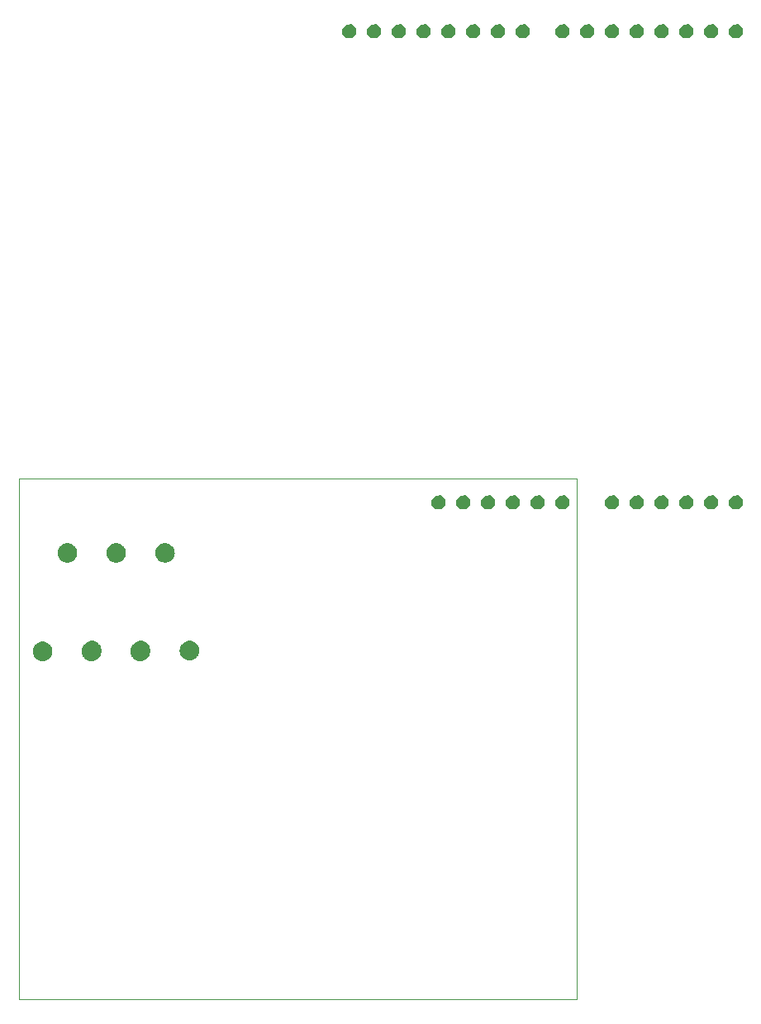
<source format=gts>
G75*
G71*
%OFA0B0*%
%FSLAX23Y23*%
%IPPOS*%
%LPD*%
%ADD10C,0.1*%
%LPD*%D10*
X0Y0D02*
X0Y100D01*
X0Y200D01*
X0Y300D01*
X0Y400D01*
X0Y499D01*
X0Y599D01*
X0Y699D01*
X0Y799D01*
X0Y899D01*
X0Y999D01*
X0Y1099D01*
X0Y1199D01*
X0Y1299D01*
X0Y1398D01*
X0Y1498D01*
X0Y1598D01*
X0Y1698D01*
X0Y1798D01*
X0Y1898D01*
X0Y1998D01*
X0Y2098D01*
X0Y2198D01*
X0Y2297D01*
X0Y2397D01*
X0Y2497D01*
X0Y2597D01*
X0Y2697D01*
X0Y2797D01*
X0Y2897D01*
X0Y2997D01*
X0Y3097D01*
X0Y3196D01*
X0Y3296D01*
X0Y3396D01*
X0Y3496D01*
X0Y3596D01*
X0Y3696D01*
X0Y3796D01*
X0Y3896D01*
X0Y3995D01*
X0Y4095D01*
X0Y4195D01*
X0Y4295D01*
X0Y4395D01*
X0Y4495D01*
X0Y4595D01*
X0Y4695D01*
X0Y4795D01*
X0Y4894D01*
X0Y4994D01*
X0Y5094D01*
X0Y5194D01*
X0Y5294D01*
X0Y5394D01*
X0Y5494D01*
X0Y5594D01*
X0Y5694D01*
X0Y5793D01*
X0Y5893D01*
X0Y5993D01*
X0Y6093D01*
X0Y6193D01*
X0Y6293D01*
X0Y6393D01*
X0Y6493D01*
X0Y6593D01*
X0Y6692D01*
X0Y6792D01*
X0Y6892D01*
X0Y6992D01*
X0Y7092D01*
X0Y7192D01*
X0Y7292D01*
X0Y7392D01*
X0Y7492D01*
X0Y7591D01*
X0Y7691D01*
X0Y7791D01*
X0Y7891D01*
X0Y7991D01*
X0Y8091D01*
X0Y8191D01*
X0Y8291D01*
X0Y8391D01*
X0Y8490D01*
X0Y8590D01*
X0Y8690D01*
X0Y8790D01*
X0Y8890D01*
X0Y8990D01*
X0Y9090D01*
X0Y9190D01*
X0Y9290D01*
X0Y9389D01*
X0Y9489D01*
X0Y9589D01*
X0Y9689D01*
X0Y9789D01*
X0Y9889D01*
X0Y9989D01*
X0Y10089D01*
X0Y10188D01*
X0Y10288D01*
X0Y10388D01*
X0Y10488D01*
X0Y10588D01*
X0Y10688D01*
X0Y10788D01*
X0Y10888D01*
X0Y10988D01*
X0Y11087D01*
X0Y11187D01*
X0Y11287D01*
X0Y11387D01*
X0Y11487D01*
X0Y11587D01*
X0Y11687D01*
X0Y11787D01*
X0Y11887D01*
X0Y11986D01*
X0Y12086D01*
X0Y12186D01*
X0Y12286D01*
X0Y12386D01*
X0Y12486D01*
X0Y12586D01*
X0Y12686D01*
X0Y12786D01*
X0Y12885D01*
X0Y12985D01*
X0Y13085D01*
X0Y13185D01*
X0Y13285D01*
X0Y13385D01*
X0Y13485D01*
X0Y13585D01*
X0Y13685D01*
X0Y13784D01*
X0Y13884D01*
X0Y13984D01*
X0Y14084D01*
X0Y14184D01*
X0Y14284D01*
X0Y14384D01*
X0Y14484D01*
X0Y14584D01*
X0Y14683D01*
X0Y14783D01*
X0Y14883D01*
X0Y14983D01*
X0Y15083D01*
X0Y15183D01*
X0Y15283D01*
X0Y15383D01*
X0Y15483D01*
X0Y15582D01*
X0Y15682D01*
X0Y15782D01*
X0Y15882D01*
X0Y15982D01*
X0Y16082D01*
X0Y16182D01*
X0Y16282D01*
X0Y16381D01*
X0Y16481D01*
X0Y16581D01*
X0Y16681D01*
X0Y16781D01*
X0Y16881D01*
X0Y16981D01*
X0Y17081D01*
X0Y17181D01*
X0Y17280D01*
X0Y17380D01*
X0Y17480D01*
X0Y17580D01*
X0Y17680D01*
X0Y17780D01*
X0Y17880D01*
X0Y17980D01*
X0Y18080D01*
X0Y18179D01*
X0Y18279D01*
X0Y18379D01*
X0Y18479D01*
X0Y18579D01*
X0Y18679D01*
X0Y18779D01*
X0Y18879D01*
X0Y18979D01*
X0Y19078D01*
X0Y19178D01*
X0Y19278D01*
X0Y19378D01*
X0Y19478D01*
X0Y19578D01*
X0Y19678D01*
X0Y19778D01*
X0Y19878D01*
X0Y19977D01*
X0Y20077D01*
X0Y20177D01*
X0Y20277D01*
X0Y20377D01*
X0Y20477D01*
X0Y20577D01*
X0Y20677D01*
X0Y20777D01*
X0Y20876D01*
X0Y20976D01*
X0Y21076D01*
X0Y21176D01*
X0Y21276D01*
X0Y21376D01*
X0Y21476D01*
X0Y21576D01*
X0Y21676D01*
X0Y21775D01*
X0Y21875D01*
X0Y21975D01*
X0Y22075D01*
X0Y22175D01*
X0Y22275D01*
X0Y22375D01*
X0Y22475D01*
X0Y22575D01*
X0Y22674D01*
X0Y22774D01*
X0Y22874D01*
X0Y22974D01*
X0Y23074D01*
X0Y23174D01*
X0Y23274D01*
X0Y23374D01*
X0Y23473D01*
X0Y23573D01*
X0Y23673D01*
X0Y23773D01*
X0Y23873D01*
X0Y23973D01*
X0Y24073D01*
X0Y24173D01*
X0Y24273D01*
X0Y24372D01*
X0Y24472D01*
X0Y24572D01*
X0Y24672D01*
X0Y24772D01*
X0Y24872D01*
X0Y24972D01*
X0Y25072D01*
X0Y25172D01*
X0Y25271D01*
X0Y25371D01*
X0Y25471D01*
X0Y25571D01*
X0Y25671D01*
X0Y25771D01*
X0Y25871D01*
X0Y25971D01*
X0Y26071D01*
X0Y26170D01*
X0Y26270D01*
X0Y26370D01*
X0Y26470D01*
X0Y26570D01*
X0Y26670D01*
X0Y26770D01*
X0Y26870D01*
X0Y26970D01*
X0Y27069D01*
X0Y27169D01*
X0Y27269D01*
X0Y27369D01*
X0Y27469D01*
X0Y27569D01*
X0Y27669D01*
X0Y27769D01*
X0Y27869D01*
X0Y27968D01*
X0Y28068D01*
X0Y28168D01*
X0Y28268D01*
X0Y28368D01*
X0Y28468D01*
X0Y28568D01*
X0Y28668D01*
X0Y28768D01*
X0Y28867D01*
X0Y28967D01*
X0Y29067D01*
X0Y29167D01*
X0Y29267D01*
X0Y29367D01*
X0Y29467D01*
X0Y29567D01*
X0Y29667D01*
X0Y29766D01*
X0Y29866D01*
X0Y29966D01*
X0Y30066D01*
X0Y30166D01*
X0Y30266D01*
X0Y30366D01*
X0Y30466D01*
X0Y30565D01*
X0Y30665D01*
X0Y30765D01*
X0Y30865D01*
X0Y30965D01*
X0Y31065D01*
X0Y31165D01*
X0Y31265D01*
X0Y31365D01*
X0Y31464D01*
X0Y31564D01*
X0Y31664D01*
X0Y31764D01*
X0Y31864D01*
X0Y31964D01*
X0Y32064D01*
X0Y32164D01*
X0Y32264D01*
X0Y32363D01*
X0Y32463D01*
X0Y32563D01*
X0Y32663D01*
X0Y32763D01*
X0Y32863D01*
X0Y32963D01*
X0Y33063D01*
X0Y33163D01*
X0Y33262D01*
X0Y33362D01*
X0Y33462D01*
X0Y33562D01*
X0Y33662D01*
X0Y33762D01*
X0Y33862D01*
X0Y33962D01*
X0Y34062D01*
X0Y34161D01*
X0Y34261D01*
X0Y34361D01*
X0Y34461D01*
X0Y34561D01*
X0Y34661D01*
X0Y34761D01*
X0Y34861D01*
X0Y34961D01*
X0Y35060D01*
X0Y35160D01*
X0Y35260D01*
X0Y35360D01*
X0Y35460D01*
X0Y35560D01*
X0Y35660D01*
X0Y35760D01*
X0Y35860D01*
X0Y35959D01*
X0Y36059D01*
X0Y36159D01*
X0Y36259D01*
X0Y36359D01*
X0Y36459D01*
X0Y36559D01*
X0Y36659D01*
X0Y36759D01*
X0Y36858D01*
X0Y36958D01*
X0Y37058D01*
X0Y37158D01*
X0Y37258D01*
X0Y37358D01*
X0Y37458D01*
X0Y37558D01*
X0Y37658D01*
X0Y37757D01*
X0Y37857D01*
X0Y37957D01*
X0Y38057D01*
X0Y38157D01*
X0Y38257D01*
X0Y38357D01*
X0Y38457D01*
X0Y38556D01*
X0Y38656D01*
X0Y38756D01*
X0Y38856D01*
X0Y38956D01*
X0Y39056D01*
X0Y39156D01*
X0Y39256D01*
X0Y39356D01*
X0Y39455D01*
X0Y39555D01*
X0Y39655D01*
X0Y39755D01*
X0Y39855D01*
X0Y39955D01*
X0Y40055D01*
X0Y40155D01*
X0Y40255D01*
X0Y40354D01*
X0Y40454D01*
X0Y40554D01*
X0Y40654D01*
X0Y40754D01*
X0Y40854D01*
X0Y40954D01*
X0Y41054D01*
X0Y41154D01*
X0Y41253D01*
X0Y41353D01*
X0Y41453D01*
X0Y41553D01*
X0Y41653D01*
X0Y41753D01*
X0Y41853D01*
X0Y41953D01*
X0Y42053D01*
X0Y42152D01*
X0Y42252D01*
X0Y42352D01*
X0Y42452D01*
X0Y42552D01*
X0Y42652D01*
X0Y42752D01*
X0Y42852D01*
X0Y42952D01*
X0Y43051D01*
X0Y43151D01*
X0Y43251D01*
X0Y43351D01*
X0Y43451D01*
X0Y43551D01*
X0Y43651D01*
X0Y43751D01*
X0Y43851D01*
X0Y43950D01*
X0Y44050D01*
X0Y44150D01*
X0Y44250D01*
X0Y44350D01*
X0Y44450D01*
X0Y44550D01*
X0Y44650D01*
X0Y44750D01*
X0Y44849D01*
X0Y44949D01*
X0Y45049D01*
X0Y45149D01*
X0Y45249D01*
X0Y45349D01*
X0Y45449D01*
X0Y45549D01*
X0Y45649D01*
X0Y45748D01*
X0Y45848D01*
X0Y45948D01*
X0Y46048D01*
X0Y46148D01*
X0Y46248D01*
X0Y46348D01*
X0Y46448D01*
X0Y46548D01*
X0Y46647D01*
X0Y46747D01*
X0Y46847D01*
X0Y46947D01*
X0Y47047D01*
X0Y47147D01*
X0Y47247D01*
X0Y47347D01*
X0Y47447D01*
X0Y47546D01*
X0Y47646D01*
X0Y47746D01*
X0Y47846D01*
X0Y47946D01*
X0Y48046D01*
X0Y48146D01*
X0Y48246D01*
X0Y48346D01*
X0Y48445D01*
X0Y48545D01*
X0Y48645D01*
X0Y48745D01*
X0Y48845D01*
X0Y48945D01*
X0Y49045D01*
X0Y49145D01*
X0Y49244D01*
X0Y49344D01*
X0Y49444D01*
X0Y49544D01*
X0Y49644D01*
X0Y49744D01*
X0Y49844D01*
X0Y49944D01*
X0Y50044D01*
X0Y50143D01*
X0Y50243D01*
X0Y50343D01*
X0Y50443D01*
X0Y50543D01*
X0Y50643D01*
X0Y50743D01*
X0Y50843D01*
X0Y50943D01*
X0Y51043D01*
X0Y51142D01*
X0Y51242D01*
X0Y51342D01*
X0Y51442D01*
X0Y51542D01*
X0Y51642D01*
X0Y51742D01*
X0Y51842D01*
X0Y51942D01*
X0Y52041D01*
X0Y52141D01*
X0Y52241D01*
X0Y52341D01*
X0Y52441D01*
X0Y52541D01*
X0Y52641D01*
X0Y52741D01*
X0Y52841D01*
X0Y52940D01*
X0Y53040D01*
X0Y53140D01*
X0Y53240D01*
X0Y53340D01*
X100Y53340D01*
X200Y53340D01*
X300Y53340D01*
X400Y53340D01*
X500Y53340D01*
X599Y53340D01*
X699Y53340D01*
X799Y53340D01*
X899Y53340D01*
X999Y53340D01*
X1099Y53340D01*
X1199Y53340D01*
X1299Y53340D01*
X1399Y53340D01*
X1499Y53340D01*
X1599Y53340D01*
X1699Y53340D01*
X1798Y53340D01*
X1898Y53340D01*
X1998Y53340D01*
X2098Y53340D01*
X2198Y53340D01*
X2298Y53340D01*
X2398Y53340D01*
X2498Y53340D01*
X2598Y53340D01*
X2698Y53340D01*
X2798Y53340D01*
X2897Y53340D01*
X2997Y53340D01*
X3097Y53340D01*
X3197Y53340D01*
X3297Y53340D01*
X3397Y53340D01*
X3497Y53340D01*
X3597Y53340D01*
X3697Y53340D01*
X3797Y53340D01*
X3897Y53340D01*
X3996Y53340D01*
X4096Y53340D01*
X4196Y53340D01*
X4296Y53340D01*
X4396Y53340D01*
X4496Y53340D01*
X4596Y53340D01*
X4696Y53340D01*
X4796Y53340D01*
X4896Y53340D01*
X4996Y53340D01*
X5096Y53340D01*
X5195Y53340D01*
X5295Y53340D01*
X5395Y53340D01*
X5495Y53340D01*
X5595Y53340D01*
X5695Y53340D01*
X5795Y53340D01*
X5895Y53340D01*
X5995Y53340D01*
X6095Y53340D01*
X6195Y53340D01*
X6294Y53340D01*
X6394Y53340D01*
X6494Y53340D01*
X6594Y53340D01*
X6694Y53340D01*
X6794Y53340D01*
X6894Y53340D01*
X6994Y53340D01*
X7094Y53340D01*
X7194Y53340D01*
X7294Y53340D01*
X7393Y53340D01*
X7493Y53340D01*
X7593Y53340D01*
X7693Y53340D01*
X7793Y53340D01*
X7893Y53340D01*
X7993Y53340D01*
X8093Y53340D01*
X8193Y53340D01*
X8293Y53340D01*
X8393Y53340D01*
X8493Y53340D01*
X8592Y53340D01*
X8692Y53340D01*
X8792Y53340D01*
X8892Y53340D01*
X8992Y53340D01*
X9092Y53340D01*
X9192Y53340D01*
X9292Y53340D01*
X9392Y53340D01*
X9492Y53340D01*
X9592Y53340D01*
X9691Y53340D01*
X9791Y53340D01*
X9891Y53340D01*
X9991Y53340D01*
X10091Y53340D01*
X10191Y53340D01*
X10291Y53340D01*
X10391Y53340D01*
X10491Y53340D01*
X10591Y53340D01*
X10691Y53340D01*
X10791Y53340D01*
X10890Y53340D01*
X10990Y53340D01*
X11090Y53340D01*
X11190Y53340D01*
X11290Y53340D01*
X11390Y53340D01*
X11490Y53340D01*
X11590Y53340D01*
X11690Y53340D01*
X11790Y53340D01*
X11890Y53340D01*
X11989Y53340D01*
X12089Y53340D01*
X12189Y53340D01*
X12289Y53340D01*
X12389Y53340D01*
X12489Y53340D01*
X12589Y53340D01*
X12689Y53340D01*
X12789Y53340D01*
X12889Y53340D01*
X12989Y53340D01*
X13088Y53340D01*
X13188Y53340D01*
X13288Y53340D01*
X13388Y53340D01*
X13488Y53340D01*
X13588Y53340D01*
X13688Y53340D01*
X13788Y53340D01*
X13888Y53340D01*
X13988Y53340D01*
X14088Y53340D01*
X14188Y53340D01*
X14287Y53340D01*
X14387Y53340D01*
X14487Y53340D01*
X14587Y53340D01*
X14687Y53340D01*
X14787Y53340D01*
X14887Y53340D01*
X14987Y53340D01*
X15087Y53340D01*
X15187Y53340D01*
X15287Y53340D01*
X15386Y53340D01*
X15486Y53340D01*
X15586Y53340D01*
X15686Y53340D01*
X15786Y53340D01*
X15886Y53340D01*
X15986Y53340D01*
X16086Y53340D01*
X16186Y53340D01*
X16286Y53340D01*
X16386Y53340D01*
X16485Y53340D01*
X16585Y53340D01*
X16685Y53340D01*
X16785Y53340D01*
X16885Y53340D01*
X16985Y53340D01*
X17085Y53340D01*
X17185Y53340D01*
X17285Y53340D01*
X17385Y53340D01*
X17485Y53340D01*
X17585Y53340D01*
X17684Y53340D01*
X17784Y53340D01*
X17884Y53340D01*
X17984Y53340D01*
X18084Y53340D01*
X18184Y53340D01*
X18284Y53340D01*
X18384Y53340D01*
X18484Y53340D01*
X18584Y53340D01*
X18684Y53340D01*
X18783Y53340D01*
X18883Y53340D01*
X18983Y53340D01*
X19083Y53340D01*
X19183Y53340D01*
X19283Y53340D01*
X19383Y53340D01*
X19483Y53340D01*
X19583Y53340D01*
X19683Y53340D01*
X19783Y53340D01*
X19883Y53340D01*
X19982Y53340D01*
X20082Y53340D01*
X20182Y53340D01*
X20282Y53340D01*
X20382Y53340D01*
X20482Y53340D01*
X20582Y53340D01*
X20682Y53340D01*
X20782Y53340D01*
X20882Y53340D01*
X20982Y53340D01*
X21081Y53340D01*
X21181Y53340D01*
X21281Y53340D01*
X21381Y53340D01*
X21481Y53340D01*
X21581Y53340D01*
X21681Y53340D01*
X21781Y53340D01*
X21881Y53340D01*
X21981Y53340D01*
X22081Y53340D01*
X22180Y53340D01*
X22280Y53340D01*
X22380Y53340D01*
X22480Y53340D01*
X22580Y53340D01*
X22680Y53340D01*
X22780Y53340D01*
X22880Y53340D01*
X22980Y53340D01*
X23080Y53340D01*
X23180Y53340D01*
X23280Y53340D01*
X23379Y53340D01*
X23479Y53340D01*
X23579Y53340D01*
X23679Y53340D01*
X23779Y53340D01*
X23879Y53340D01*
X23979Y53340D01*
X24079Y53340D01*
X24179Y53340D01*
X24279Y53340D01*
X24379Y53340D01*
X24478Y53340D01*
X24578Y53340D01*
X24678Y53340D01*
X24778Y53340D01*
X24878Y53340D01*
X24978Y53340D01*
X25078Y53340D01*
X25178Y53340D01*
X25278Y53340D01*
X25378Y53340D01*
X25478Y53340D01*
X25578Y53340D01*
X25677Y53340D01*
X25777Y53340D01*
X25877Y53340D01*
X25977Y53340D01*
X26077Y53340D01*
X26177Y53340D01*
X26277Y53340D01*
X26377Y53340D01*
X26477Y53340D01*
X26577Y53340D01*
X26677Y53340D01*
X26776Y53340D01*
X26876Y53340D01*
X26976Y53340D01*
X27076Y53340D01*
X27176Y53340D01*
X27276Y53340D01*
X27376Y53340D01*
X27476Y53340D01*
X27576Y53340D01*
X27676Y53340D01*
X27776Y53340D01*
X27875Y53340D01*
X27975Y53340D01*
X28075Y53340D01*
X28175Y53340D01*
X28275Y53340D01*
X28375Y53340D01*
X28475Y53340D01*
X28575Y53340D01*
X28675Y53340D01*
X28775Y53340D01*
X28875Y53340D01*
X28975Y53340D01*
X29074Y53340D01*
X29174Y53340D01*
X29274Y53340D01*
X29374Y53340D01*
X29474Y53340D01*
X29574Y53340D01*
X29674Y53340D01*
X29774Y53340D01*
X29874Y53340D01*
X29974Y53340D01*
X30074Y53340D01*
X30173Y53340D01*
X30273Y53340D01*
X30373Y53340D01*
X30473Y53340D01*
X30573Y53340D01*
X30673Y53340D01*
X30773Y53340D01*
X30873Y53340D01*
X30973Y53340D01*
X31073Y53340D01*
X31173Y53340D01*
X31273Y53340D01*
X31372Y53340D01*
X31472Y53340D01*
X31572Y53340D01*
X31672Y53340D01*
X31772Y53340D01*
X31872Y53340D01*
X31972Y53340D01*
X32072Y53340D01*
X32172Y53340D01*
X32272Y53340D01*
X32372Y53340D01*
X32471Y53340D01*
X32571Y53340D01*
X32671Y53340D01*
X32771Y53340D01*
X32871Y53340D01*
X32971Y53340D01*
X33071Y53340D01*
X33171Y53340D01*
X33271Y53340D01*
X33371Y53340D01*
X33471Y53340D01*
X33571Y53340D01*
X33670Y53340D01*
X33770Y53340D01*
X33870Y53340D01*
X33970Y53340D01*
X34070Y53340D01*
X34170Y53340D01*
X34270Y53340D01*
X34370Y53340D01*
X34470Y53340D01*
X34570Y53340D01*
X34670Y53340D01*
X34769Y53340D01*
X34869Y53340D01*
X34969Y53340D01*
X35069Y53340D01*
X35169Y53340D01*
X35269Y53340D01*
X35369Y53340D01*
X35469Y53340D01*
X35569Y53340D01*
X35669Y53340D01*
X35769Y53340D01*
X35868Y53340D01*
X35968Y53340D01*
X36068Y53340D01*
X36168Y53340D01*
X36268Y53340D01*
X36368Y53340D01*
X36468Y53340D01*
X36568Y53340D01*
X36668Y53340D01*
X36768Y53340D01*
X36868Y53340D01*
X36968Y53340D01*
X37067Y53340D01*
X37167Y53340D01*
X37267Y53340D01*
X37367Y53340D01*
X37467Y53340D01*
X37567Y53340D01*
X37667Y53340D01*
X37767Y53340D01*
X37867Y53340D01*
X37967Y53340D01*
X38067Y53340D01*
X38166Y53340D01*
X38266Y53340D01*
X38366Y53340D01*
X38466Y53340D01*
X38566Y53340D01*
X38666Y53340D01*
X38766Y53340D01*
X38866Y53340D01*
X38966Y53340D01*
X39066Y53340D01*
X39166Y53340D01*
X39265Y53340D01*
X39365Y53340D01*
X39465Y53340D01*
X39565Y53340D01*
X39665Y53340D01*
X39765Y53340D01*
X39865Y53340D01*
X39965Y53340D01*
X40065Y53340D01*
X40165Y53340D01*
X40265Y53340D01*
X40365Y53340D01*
X40464Y53340D01*
X40564Y53340D01*
X40664Y53340D01*
X40764Y53340D01*
X40864Y53340D01*
X40964Y53340D01*
X41064Y53340D01*
X41164Y53340D01*
X41264Y53340D01*
X41364Y53340D01*
X41464Y53340D01*
X41563Y53340D01*
X41663Y53340D01*
X41763Y53340D01*
X41863Y53340D01*
X41963Y53340D01*
X42063Y53340D01*
X42163Y53340D01*
X42263Y53340D01*
X42363Y53340D01*
X42463Y53340D01*
X42563Y53340D01*
X42663Y53340D01*
X42762Y53340D01*
X42862Y53340D01*
X42962Y53340D01*
X43062Y53340D01*
X43162Y53340D01*
X43262Y53340D01*
X43362Y53340D01*
X43462Y53340D01*
X43562Y53340D01*
X43662Y53340D01*
X43762Y53340D01*
X43861Y53340D01*
X43961Y53340D01*
X44061Y53340D01*
X44161Y53340D01*
X44261Y53340D01*
X44361Y53340D01*
X44461Y53340D01*
X44561Y53340D01*
X44661Y53340D01*
X44761Y53340D01*
X44861Y53340D01*
X44961Y53340D01*
X45060Y53340D01*
X45160Y53340D01*
X45260Y53340D01*
X45360Y53340D01*
X45460Y53340D01*
X45560Y53340D01*
X45660Y53340D01*
X45760Y53340D01*
X45860Y53340D01*
X45960Y53340D01*
X46060Y53340D01*
X46159Y53340D01*
X46259Y53340D01*
X46359Y53340D01*
X46459Y53340D01*
X46559Y53340D01*
X46659Y53340D01*
X46759Y53340D01*
X46859Y53340D01*
X46959Y53340D01*
X47059Y53340D01*
X47159Y53340D01*
X47259Y53340D01*
X47358Y53340D01*
X47458Y53340D01*
X47558Y53340D01*
X47658Y53340D01*
X47758Y53340D01*
X47858Y53340D01*
X47958Y53340D01*
X48058Y53340D01*
X48158Y53340D01*
X48258Y53340D01*
X48358Y53340D01*
X48457Y53340D01*
X48557Y53340D01*
X48657Y53340D01*
X48757Y53340D01*
X48857Y53340D01*
X48957Y53340D01*
X49057Y53340D01*
X49157Y53340D01*
X49257Y53340D01*
X49357Y53340D01*
X49457Y53340D01*
X49557Y53340D01*
X49656Y53340D01*
X49756Y53340D01*
X49856Y53340D01*
X49956Y53340D01*
X50056Y53340D01*
X50156Y53340D01*
X50256Y53340D01*
X50356Y53340D01*
X50456Y53340D01*
X50556Y53340D01*
X50656Y53340D01*
X50755Y53340D01*
X50855Y53340D01*
X50955Y53340D01*
X51055Y53340D01*
X51155Y53340D01*
X51255Y53340D01*
X51355Y53340D01*
X51455Y53340D01*
X51555Y53340D01*
X51655Y53340D01*
X51755Y53340D01*
X51855Y53340D01*
X51954Y53340D01*
X52054Y53340D01*
X52154Y53340D01*
X52254Y53340D01*
X52354Y53340D01*
X52454Y53340D01*
X52554Y53340D01*
X52654Y53340D01*
X52754Y53340D01*
X52854Y53340D01*
X52954Y53340D01*
X53053Y53340D01*
X53153Y53340D01*
X53253Y53340D01*
X53353Y53340D01*
X53453Y53340D01*
X53553Y53340D01*
X53653Y53340D01*
X53753Y53340D01*
X53853Y53340D01*
X53953Y53340D01*
X54053Y53340D01*
X54153Y53340D01*
X54252Y53340D01*
X54352Y53340D01*
X54452Y53340D01*
X54552Y53340D01*
X54652Y53340D01*
X54752Y53340D01*
X54852Y53340D01*
X54952Y53340D01*
X55052Y53340D01*
X55152Y53340D01*
X55252Y53340D01*
X55351Y53340D01*
X55451Y53340D01*
X55551Y53340D01*
X55651Y53340D01*
X55751Y53340D01*
X55851Y53340D01*
X55951Y53340D01*
X56051Y53340D01*
X56151Y53340D01*
X56251Y53340D01*
X56351Y53340D01*
X56451Y53340D01*
X56550Y53340D01*
X56650Y53340D01*
X56750Y53340D01*
X56850Y53340D01*
X56950Y53340D01*
X57050Y53340D01*
X57150Y53340D01*
X57150Y53240D01*
X57150Y53140D01*
X57150Y53040D01*
X57150Y52940D01*
X57150Y52841D01*
X57150Y52741D01*
X57150Y52641D01*
X57150Y52541D01*
X57150Y52441D01*
X57150Y52341D01*
X57150Y52241D01*
X57150Y52141D01*
X57150Y52041D01*
X57150Y51942D01*
X57150Y51842D01*
X57150Y51742D01*
X57150Y51642D01*
X57150Y51542D01*
X57150Y51442D01*
X57150Y51342D01*
X57150Y51242D01*
X57150Y51142D01*
X57150Y51043D01*
X57150Y50943D01*
X57150Y50843D01*
X57150Y50743D01*
X57150Y50643D01*
X57150Y50543D01*
X57150Y50443D01*
X57150Y50343D01*
X57150Y50243D01*
X57150Y50144D01*
X57150Y50044D01*
X57150Y49944D01*
X57150Y49844D01*
X57150Y49744D01*
X57150Y49644D01*
X57150Y49544D01*
X57150Y49444D01*
X57150Y49345D01*
X57150Y49245D01*
X57150Y49145D01*
X57150Y49045D01*
X57150Y48945D01*
X57150Y48845D01*
X57150Y48745D01*
X57150Y48645D01*
X57150Y48545D01*
X57150Y48446D01*
X57150Y48346D01*
X57150Y48246D01*
X57150Y48146D01*
X57150Y48046D01*
X57150Y47946D01*
X57150Y47846D01*
X57150Y47746D01*
X57150Y47646D01*
X57150Y47547D01*
X57150Y47447D01*
X57150Y47347D01*
X57150Y47247D01*
X57150Y47147D01*
X57150Y47047D01*
X57150Y46947D01*
X57150Y46847D01*
X57150Y46747D01*
X57150Y46648D01*
X57150Y46548D01*
X57150Y46448D01*
X57150Y46348D01*
X57150Y46248D01*
X57150Y46148D01*
X57150Y46048D01*
X57150Y45948D01*
X57150Y45848D01*
X57150Y45749D01*
X57150Y45649D01*
X57150Y45549D01*
X57150Y45449D01*
X57150Y45349D01*
X57150Y45249D01*
X57150Y45149D01*
X57150Y45049D01*
X57150Y44949D01*
X57150Y44850D01*
X57150Y44750D01*
X57150Y44650D01*
X57150Y44550D01*
X57150Y44450D01*
X57150Y44350D01*
X57150Y44250D01*
X57150Y44150D01*
X57150Y44050D01*
X57150Y43951D01*
X57150Y43851D01*
X57150Y43751D01*
X57150Y43651D01*
X57150Y43551D01*
X57150Y43451D01*
X57150Y43351D01*
X57150Y43251D01*
X57150Y43152D01*
X57150Y43052D01*
X57150Y42952D01*
X57150Y42852D01*
X57150Y42752D01*
X57150Y42652D01*
X57150Y42552D01*
X57150Y42452D01*
X57150Y42352D01*
X57150Y42253D01*
X57150Y42153D01*
X57150Y42053D01*
X57150Y41953D01*
X57150Y41853D01*
X57150Y41753D01*
X57150Y41653D01*
X57150Y41553D01*
X57150Y41453D01*
X57150Y41354D01*
X57150Y41254D01*
X57150Y41154D01*
X57150Y41054D01*
X57150Y40954D01*
X57150Y40854D01*
X57150Y40754D01*
X57150Y40654D01*
X57150Y40554D01*
X57150Y40455D01*
X57150Y40355D01*
X57150Y40255D01*
X57150Y40155D01*
X57150Y40055D01*
X57150Y39955D01*
X57150Y39855D01*
X57150Y39755D01*
X57150Y39655D01*
X57150Y39556D01*
X57150Y39456D01*
X57150Y39356D01*
X57150Y39256D01*
X57150Y39156D01*
X57150Y39056D01*
X57150Y38956D01*
X57150Y38856D01*
X57150Y38756D01*
X57150Y38657D01*
X57150Y38557D01*
X57150Y38457D01*
X57150Y38357D01*
X57150Y38257D01*
X57150Y38157D01*
X57150Y38057D01*
X57150Y37957D01*
X57150Y37857D01*
X57150Y37758D01*
X57150Y37658D01*
X57150Y37558D01*
X57150Y37458D01*
X57150Y37358D01*
X57150Y37258D01*
X57150Y37158D01*
X57150Y37058D01*
X57150Y36959D01*
X57150Y36859D01*
X57150Y36759D01*
X57150Y36659D01*
X57150Y36559D01*
X57150Y36459D01*
X57150Y36359D01*
X57150Y36259D01*
X57150Y36159D01*
X57150Y36060D01*
X57150Y35960D01*
X57150Y35860D01*
X57150Y35760D01*
X57150Y35660D01*
X57150Y35560D01*
X57150Y35460D01*
X57150Y35360D01*
X57150Y35260D01*
X57150Y35161D01*
X57150Y35061D01*
X57150Y34961D01*
X57150Y34861D01*
X57150Y34761D01*
X57150Y34661D01*
X57150Y34561D01*
X57150Y34461D01*
X57150Y34361D01*
X57150Y34262D01*
X57150Y34162D01*
X57150Y34062D01*
X57150Y33962D01*
X57150Y33862D01*
X57150Y33762D01*
X57150Y33662D01*
X57150Y33562D01*
X57150Y33462D01*
X57150Y33363D01*
X57150Y33263D01*
X57150Y33163D01*
X57150Y33063D01*
X57150Y32963D01*
X57150Y32863D01*
X57150Y32763D01*
X57150Y32663D01*
X57150Y32563D01*
X57150Y32464D01*
X57150Y32364D01*
X57150Y32264D01*
X57150Y32164D01*
X57150Y32064D01*
X57150Y31964D01*
X57150Y31864D01*
X57150Y31764D01*
X57150Y31664D01*
X57150Y31565D01*
X57150Y31465D01*
X57150Y31365D01*
X57150Y31265D01*
X57150Y31165D01*
X57150Y31065D01*
X57150Y30965D01*
X57150Y30865D01*
X57150Y30765D01*
X57150Y30666D01*
X57150Y30566D01*
X57150Y30466D01*
X57150Y30366D01*
X57150Y30266D01*
X57150Y30166D01*
X57150Y30066D01*
X57150Y29966D01*
X57150Y29867D01*
X57150Y29767D01*
X57150Y29667D01*
X57150Y29567D01*
X57150Y29467D01*
X57150Y29367D01*
X57150Y29267D01*
X57150Y29167D01*
X57150Y29067D01*
X57150Y28968D01*
X57150Y28868D01*
X57150Y28768D01*
X57150Y28668D01*
X57150Y28568D01*
X57150Y28468D01*
X57150Y28368D01*
X57150Y28268D01*
X57150Y28168D01*
X57150Y28069D01*
X57150Y27969D01*
X57150Y27869D01*
X57150Y27769D01*
X57150Y27669D01*
X57150Y27569D01*
X57150Y27469D01*
X57150Y27369D01*
X57150Y27269D01*
X57150Y27170D01*
X57150Y27070D01*
X57150Y26970D01*
X57150Y26870D01*
X57150Y26770D01*
X57150Y26670D01*
X57150Y26570D01*
X57150Y26470D01*
X57150Y26370D01*
X57150Y26271D01*
X57150Y26171D01*
X57150Y26071D01*
X57150Y25971D01*
X57150Y25871D01*
X57150Y25771D01*
X57150Y25671D01*
X57150Y25571D01*
X57150Y25471D01*
X57150Y25372D01*
X57150Y25272D01*
X57150Y25172D01*
X57150Y25072D01*
X57150Y24972D01*
X57150Y24872D01*
X57150Y24772D01*
X57150Y24672D01*
X57150Y24572D01*
X57150Y24473D01*
X57150Y24373D01*
X57150Y24273D01*
X57150Y24173D01*
X57150Y24073D01*
X57150Y23973D01*
X57150Y23873D01*
X57150Y23773D01*
X57150Y23673D01*
X57150Y23574D01*
X57150Y23474D01*
X57150Y23374D01*
X57150Y23274D01*
X57150Y23174D01*
X57150Y23074D01*
X57150Y22974D01*
X57150Y22874D01*
X57150Y22775D01*
X57150Y22675D01*
X57150Y22575D01*
X57150Y22475D01*
X57150Y22375D01*
X57150Y22275D01*
X57150Y22175D01*
X57150Y22075D01*
X57150Y21975D01*
X57150Y21876D01*
X57150Y21776D01*
X57150Y21676D01*
X57150Y21576D01*
X57150Y21476D01*
X57150Y21376D01*
X57150Y21276D01*
X57150Y21176D01*
X57150Y21076D01*
X57150Y20977D01*
X57150Y20877D01*
X57150Y20777D01*
X57150Y20677D01*
X57150Y20577D01*
X57150Y20477D01*
X57150Y20377D01*
X57150Y20277D01*
X57150Y20177D01*
X57150Y20078D01*
X57150Y19978D01*
X57150Y19878D01*
X57150Y19778D01*
X57150Y19678D01*
X57150Y19578D01*
X57150Y19478D01*
X57150Y19378D01*
X57150Y19278D01*
X57150Y19179D01*
X57150Y19079D01*
X57150Y18979D01*
X57150Y18879D01*
X57150Y18779D01*
X57150Y18679D01*
X57150Y18579D01*
X57150Y18479D01*
X57150Y18379D01*
X57150Y18280D01*
X57150Y18180D01*
X57150Y18080D01*
X57150Y17980D01*
X57150Y17880D01*
X57150Y17780D01*
X57150Y17680D01*
X57150Y17580D01*
X57150Y17480D01*
X57150Y17381D01*
X57150Y17281D01*
X57150Y17181D01*
X57150Y17081D01*
X57150Y16981D01*
X57150Y16881D01*
X57150Y16781D01*
X57150Y16681D01*
X57150Y16581D01*
X57150Y16482D01*
X57150Y16382D01*
X57150Y16282D01*
X57150Y16182D01*
X57150Y16082D01*
X57150Y15982D01*
X57150Y15882D01*
X57150Y15782D01*
X57150Y15682D01*
X57150Y15583D01*
X57150Y15483D01*
X57150Y15383D01*
X57150Y15283D01*
X57150Y15183D01*
X57150Y15083D01*
X57150Y14983D01*
X57150Y14883D01*
X57150Y14784D01*
X57150Y14684D01*
X57150Y14584D01*
X57150Y14484D01*
X57150Y14384D01*
X57150Y14284D01*
X57150Y14184D01*
X57150Y14084D01*
X57150Y13984D01*
X57150Y13885D01*
X57150Y13785D01*
X57150Y13685D01*
X57150Y13585D01*
X57150Y13485D01*
X57150Y13385D01*
X57150Y13285D01*
X57150Y13185D01*
X57150Y13085D01*
X57150Y12986D01*
X57150Y12886D01*
X57150Y12786D01*
X57150Y12686D01*
X57150Y12586D01*
X57150Y12486D01*
X57150Y12386D01*
X57150Y12286D01*
X57150Y12186D01*
X57150Y12087D01*
X57150Y11987D01*
X57150Y11887D01*
X57150Y11787D01*
X57150Y11687D01*
X57150Y11587D01*
X57150Y11487D01*
X57150Y11387D01*
X57150Y11287D01*
X57150Y11188D01*
X57150Y11088D01*
X57150Y10988D01*
X57150Y10888D01*
X57150Y10788D01*
X57150Y10688D01*
X57150Y10588D01*
X57150Y10488D01*
X57150Y10388D01*
X57150Y10289D01*
X57150Y10189D01*
X57150Y10089D01*
X57150Y9989D01*
X57150Y9889D01*
X57150Y9789D01*
X57150Y9689D01*
X57150Y9589D01*
X57150Y9489D01*
X57150Y9390D01*
X57150Y9290D01*
X57150Y9190D01*
X57150Y9090D01*
X57150Y8990D01*
X57150Y8890D01*
X57150Y8790D01*
X57150Y8690D01*
X57150Y8590D01*
X57150Y8491D01*
X57150Y8391D01*
X57150Y8291D01*
X57150Y8191D01*
X57150Y8091D01*
X57150Y7991D01*
X57150Y7891D01*
X57150Y7791D01*
X57150Y7691D01*
X57150Y7592D01*
X57150Y7492D01*
X57150Y7392D01*
X57150Y7292D01*
X57150Y7192D01*
X57150Y7092D01*
X57150Y6992D01*
X57150Y6892D01*
X57150Y6792D01*
X57150Y6693D01*
X57150Y6593D01*
X57150Y6493D01*
X57150Y6393D01*
X57150Y6293D01*
X57150Y6193D01*
X57150Y6093D01*
X57150Y5993D01*
X57150Y5893D01*
X57150Y5794D01*
X57150Y5694D01*
X57150Y5594D01*
X57150Y5494D01*
X57150Y5394D01*
X57150Y5294D01*
X57150Y5194D01*
X57150Y5094D01*
X57150Y4994D01*
X57150Y4895D01*
X57150Y4795D01*
X57150Y4695D01*
X57150Y4595D01*
X57150Y4495D01*
X57150Y4395D01*
X57150Y4295D01*
X57150Y4195D01*
X57150Y4096D01*
X57150Y3996D01*
X57150Y3896D01*
X57150Y3796D01*
X57150Y3696D01*
X57150Y3596D01*
X57150Y3496D01*
X57150Y3396D01*
X57150Y3296D01*
X57150Y3197D01*
X57150Y3097D01*
X57150Y2997D01*
X57150Y2897D01*
X57150Y2797D01*
X57150Y2697D01*
X57150Y2597D01*
X57150Y2497D01*
X57150Y2397D01*
X57150Y2297D01*
X57150Y2198D01*
X57150Y2098D01*
X57150Y1998D01*
X57150Y1898D01*
X57150Y1798D01*
X57150Y1698D01*
X57150Y1598D01*
X57150Y1498D01*
X57150Y1398D01*
X57150Y1299D01*
X57150Y1199D01*
X57150Y1099D01*
X57150Y999D01*
X57150Y899D01*
X57150Y799D01*
X57150Y699D01*
X57150Y599D01*
X57150Y499D01*
X57150Y400D01*
X57150Y300D01*
X57150Y200D01*
X57150Y100D01*
X57150Y0D01*
X57050Y0D01*
X56950Y0D01*
X56850Y0D01*
X56750Y0D01*
X56650Y0D01*
X56551Y0D01*
X56451Y0D01*
X56351Y0D01*
X56251Y0D01*
X56151Y0D01*
X56051Y0D01*
X55951Y0D01*
X55851Y0D01*
X55751Y0D01*
X55651Y0D01*
X55551Y0D01*
X55451Y0D01*
X55352Y0D01*
X55252Y0D01*
X55152Y0D01*
X55052Y0D01*
X54952Y0D01*
X54852Y0D01*
X54752Y0D01*
X54652Y0D01*
X54552Y0D01*
X54452Y0D01*
X54352Y0D01*
X54253Y0D01*
X54153Y0D01*
X54053Y0D01*
X53953Y0D01*
X53853Y0D01*
X53753Y0D01*
X53653Y0D01*
X53553Y0D01*
X53453Y0D01*
X53353Y0D01*
X53253Y0D01*
X53154Y0D01*
X53054Y0D01*
X52954Y0D01*
X52854Y0D01*
X52754Y0D01*
X52654Y0D01*
X52554Y0D01*
X52454Y0D01*
X52354Y0D01*
X52254Y0D01*
X52154Y0D01*
X52054Y0D01*
X51955Y0D01*
X51855Y0D01*
X51755Y0D01*
X51655Y0D01*
X51555Y0D01*
X51455Y0D01*
X51355Y0D01*
X51255Y0D01*
X51155Y0D01*
X51055Y0D01*
X50955Y0D01*
X50856Y0D01*
X50756Y0D01*
X50656Y0D01*
X50556Y0D01*
X50456Y0D01*
X50356Y0D01*
X50256Y0D01*
X50156Y0D01*
X50056Y0D01*
X49956Y0D01*
X49856Y0D01*
X49757Y0D01*
X49657Y0D01*
X49557Y0D01*
X49457Y0D01*
X49357Y0D01*
X49257Y0D01*
X49157Y0D01*
X49057Y0D01*
X48957Y0D01*
X48857Y0D01*
X48757Y0D01*
X48657Y0D01*
X48558Y0D01*
X48458Y0D01*
X48358Y0D01*
X48258Y0D01*
X48158Y0D01*
X48058Y0D01*
X47958Y0D01*
X47858Y0D01*
X47758Y0D01*
X47658Y0D01*
X47558Y0D01*
X47459Y0D01*
X47359Y0D01*
X47259Y0D01*
X47159Y0D01*
X47059Y0D01*
X46959Y0D01*
X46859Y0D01*
X46759Y0D01*
X46659Y0D01*
X46559Y0D01*
X46459Y0D01*
X46359Y0D01*
X46260Y0D01*
X46160Y0D01*
X46060Y0D01*
X45960Y0D01*
X45860Y0D01*
X45760Y0D01*
X45660Y0D01*
X45560Y0D01*
X45460Y0D01*
X45360Y0D01*
X45260Y0D01*
X45161Y0D01*
X45061Y0D01*
X44961Y0D01*
X44861Y0D01*
X44761Y0D01*
X44661Y0D01*
X44561Y0D01*
X44461Y0D01*
X44361Y0D01*
X44261Y0D01*
X44161Y0D01*
X44062Y0D01*
X43962Y0D01*
X43862Y0D01*
X43762Y0D01*
X43662Y0D01*
X43562Y0D01*
X43462Y0D01*
X43362Y0D01*
X43262Y0D01*
X43162Y0D01*
X43062Y0D01*
X42962Y0D01*
X42863Y0D01*
X42763Y0D01*
X42663Y0D01*
X42563Y0D01*
X42463Y0D01*
X42363Y0D01*
X42263Y0D01*
X42163Y0D01*
X42063Y0D01*
X41963Y0D01*
X41863Y0D01*
X41764Y0D01*
X41664Y0D01*
X41564Y0D01*
X41464Y0D01*
X41364Y0D01*
X41264Y0D01*
X41164Y0D01*
X41064Y0D01*
X40964Y0D01*
X40864Y0D01*
X40764Y0D01*
X40665Y0D01*
X40565Y0D01*
X40465Y0D01*
X40365Y0D01*
X40265Y0D01*
X40165Y0D01*
X40065Y0D01*
X39965Y0D01*
X39865Y0D01*
X39765Y0D01*
X39665Y0D01*
X39565Y0D01*
X39466Y0D01*
X39366Y0D01*
X39266Y0D01*
X39166Y0D01*
X39066Y0D01*
X38966Y0D01*
X38866Y0D01*
X38766Y0D01*
X38666Y0D01*
X38566Y0D01*
X38466Y0D01*
X38367Y0D01*
X38267Y0D01*
X38167Y0D01*
X38067Y0D01*
X37967Y0D01*
X37867Y0D01*
X37767Y0D01*
X37667Y0D01*
X37567Y0D01*
X37467Y0D01*
X37367Y0D01*
X37267Y0D01*
X37168Y0D01*
X37068Y0D01*
X36968Y0D01*
X36868Y0D01*
X36768Y0D01*
X36668Y0D01*
X36568Y0D01*
X36468Y0D01*
X36368Y0D01*
X36268Y0D01*
X36168Y0D01*
X36069Y0D01*
X35969Y0D01*
X35869Y0D01*
X35769Y0D01*
X35669Y0D01*
X35569Y0D01*
X35469Y0D01*
X35369Y0D01*
X35269Y0D01*
X35169Y0D01*
X35069Y0D01*
X34970Y0D01*
X34870Y0D01*
X34770Y0D01*
X34670Y0D01*
X34570Y0D01*
X34470Y0D01*
X34370Y0D01*
X34270Y0D01*
X34170Y0D01*
X34070Y0D01*
X33970Y0D01*
X33870Y0D01*
X33771Y0D01*
X33671Y0D01*
X33571Y0D01*
X33471Y0D01*
X33371Y0D01*
X33271Y0D01*
X33171Y0D01*
X33071Y0D01*
X32971Y0D01*
X32871Y0D01*
X32771Y0D01*
X32672Y0D01*
X32572Y0D01*
X32472Y0D01*
X32372Y0D01*
X32272Y0D01*
X32172Y0D01*
X32072Y0D01*
X31972Y0D01*
X31872Y0D01*
X31772Y0D01*
X31672Y0D01*
X31572Y0D01*
X31473Y0D01*
X31373Y0D01*
X31273Y0D01*
X31173Y0D01*
X31073Y0D01*
X30973Y0D01*
X30873Y0D01*
X30773Y0D01*
X30673Y0D01*
X30573Y0D01*
X30473Y0D01*
X30374Y0D01*
X30274Y0D01*
X30174Y0D01*
X30074Y0D01*
X29974Y0D01*
X29874Y0D01*
X29774Y0D01*
X29674Y0D01*
X29574Y0D01*
X29474Y0D01*
X29374Y0D01*
X29275Y0D01*
X29175Y0D01*
X29075Y0D01*
X28975Y0D01*
X28875Y0D01*
X28775Y0D01*
X28675Y0D01*
X28575Y0D01*
X28475Y0D01*
X28375Y0D01*
X28275Y0D01*
X28175Y0D01*
X28076Y0D01*
X27976Y0D01*
X27876Y0D01*
X27776Y0D01*
X27676Y0D01*
X27576Y0D01*
X27476Y0D01*
X27376Y0D01*
X27276Y0D01*
X27176Y0D01*
X27076Y0D01*
X26977Y0D01*
X26877Y0D01*
X26777Y0D01*
X26677Y0D01*
X26577Y0D01*
X26477Y0D01*
X26377Y0D01*
X26277Y0D01*
X26177Y0D01*
X26077Y0D01*
X25977Y0D01*
X25877Y0D01*
X25778Y0D01*
X25678Y0D01*
X25578Y0D01*
X25478Y0D01*
X25378Y0D01*
X25278Y0D01*
X25178Y0D01*
X25078Y0D01*
X24978Y0D01*
X24878Y0D01*
X24778Y0D01*
X24679Y0D01*
X24579Y0D01*
X24479Y0D01*
X24379Y0D01*
X24279Y0D01*
X24179Y0D01*
X24079Y0D01*
X23979Y0D01*
X23879Y0D01*
X23779Y0D01*
X23679Y0D01*
X23579Y0D01*
X23480Y0D01*
X23380Y0D01*
X23280Y0D01*
X23180Y0D01*
X23080Y0D01*
X22980Y0D01*
X22880Y0D01*
X22780Y0D01*
X22680Y0D01*
X22580Y0D01*
X22480Y0D01*
X22381Y0D01*
X22281Y0D01*
X22181Y0D01*
X22081Y0D01*
X21981Y0D01*
X21881Y0D01*
X21781Y0D01*
X21681Y0D01*
X21581Y0D01*
X21481Y0D01*
X21381Y0D01*
X21282Y0D01*
X21182Y0D01*
X21082Y0D01*
X20982Y0D01*
X20882Y0D01*
X20782Y0D01*
X20682Y0D01*
X20582Y0D01*
X20482Y0D01*
X20382Y0D01*
X20282Y0D01*
X20182Y0D01*
X20083Y0D01*
X19983Y0D01*
X19883Y0D01*
X19783Y0D01*
X19683Y0D01*
X19583Y0D01*
X19483Y0D01*
X19383Y0D01*
X19283Y0D01*
X19183Y0D01*
X19083Y0D01*
X18984Y0D01*
X18884Y0D01*
X18784Y0D01*
X18684Y0D01*
X18584Y0D01*
X18484Y0D01*
X18384Y0D01*
X18284Y0D01*
X18184Y0D01*
X18084Y0D01*
X17984Y0D01*
X17885Y0D01*
X17785Y0D01*
X17685Y0D01*
X17585Y0D01*
X17485Y0D01*
X17385Y0D01*
X17285Y0D01*
X17185Y0D01*
X17085Y0D01*
X16985Y0D01*
X16885Y0D01*
X16785Y0D01*
X16686Y0D01*
X16586Y0D01*
X16486Y0D01*
X16386Y0D01*
X16286Y0D01*
X16186Y0D01*
X16086Y0D01*
X15986Y0D01*
X15886Y0D01*
X15786Y0D01*
X15686Y0D01*
X15587Y0D01*
X15487Y0D01*
X15387Y0D01*
X15287Y0D01*
X15187Y0D01*
X15087Y0D01*
X14987Y0D01*
X14887Y0D01*
X14787Y0D01*
X14687Y0D01*
X14587Y0D01*
X14487Y0D01*
X14388Y0D01*
X14288Y0D01*
X14188Y0D01*
X14088Y0D01*
X13988Y0D01*
X13888Y0D01*
X13788Y0D01*
X13688Y0D01*
X13588Y0D01*
X13488Y0D01*
X13388Y0D01*
X13289Y0D01*
X13189Y0D01*
X13089Y0D01*
X12989Y0D01*
X12889Y0D01*
X12789Y0D01*
X12689Y0D01*
X12589Y0D01*
X12489Y0D01*
X12389Y0D01*
X12289Y0D01*
X12189Y0D01*
X12090Y0D01*
X11990Y0D01*
X11890Y0D01*
X11790Y0D01*
X11690Y0D01*
X11590Y0D01*
X11490Y0D01*
X11390Y0D01*
X11290Y0D01*
X11190Y0D01*
X11090Y0D01*
X10991Y0D01*
X10891Y0D01*
X10791Y0D01*
X10691Y0D01*
X10591Y0D01*
X10491Y0D01*
X10391Y0D01*
X10291Y0D01*
X10191Y0D01*
X10091Y0D01*
X9991Y0D01*
X9891Y0D01*
X9792Y0D01*
X9692Y0D01*
X9592Y0D01*
X9492Y0D01*
X9392Y0D01*
X9292Y0D01*
X9192Y0D01*
X9092Y0D01*
X8992Y0D01*
X8892Y0D01*
X8792Y0D01*
X8693Y0D01*
X8593Y0D01*
X8493Y0D01*
X8393Y0D01*
X8293Y0D01*
X8193Y0D01*
X8093Y0D01*
X7993Y0D01*
X7893Y0D01*
X7793Y0D01*
X7693Y0D01*
X7593Y0D01*
X7494Y0D01*
X7394Y0D01*
X7294Y0D01*
X7194Y0D01*
X7094Y0D01*
X6994Y0D01*
X6894Y0D01*
X6794Y0D01*
X6694Y0D01*
X6594Y0D01*
X6494Y0D01*
X6395Y0D01*
X6295Y0D01*
X6195Y0D01*
X6095Y0D01*
X5995Y0D01*
X5895Y0D01*
X5795Y0D01*
X5695Y0D01*
X5595Y0D01*
X5495Y0D01*
X5395Y0D01*
X5295Y0D01*
X5196Y0D01*
X5096Y0D01*
X4996Y0D01*
X4896Y0D01*
X4796Y0D01*
X4696Y0D01*
X4596Y0D01*
X4496Y0D01*
X4396Y0D01*
X4296Y0D01*
X4196Y0D01*
X4097Y0D01*
X3997Y0D01*
X3897Y0D01*
X3797Y0D01*
X3697Y0D01*
X3597Y0D01*
X3497Y0D01*
X3397Y0D01*
X3297Y0D01*
X3197Y0D01*
X3097Y0D01*
X2997Y0D01*
X2898Y0D01*
X2798Y0D01*
X2698Y0D01*
X2598Y0D01*
X2498Y0D01*
X2398Y0D01*
X2298Y0D01*
X2198Y0D01*
X2098Y0D01*
X1998Y0D01*
X1898Y0D01*
X1799Y0D01*
X1699Y0D01*
X1599Y0D01*
X1499Y0D01*
X1399Y0D01*
X1299Y0D01*
X1199Y0D01*
X1099Y0D01*
X999Y0D01*
X899Y0D01*
X799Y0D01*
X699Y0D01*
X600Y0D01*
X500Y0D01*
X400Y0D01*
X300Y0D01*
X200Y0D01*
X100Y0D01*
X0Y0D01*
X0Y0D01*
G36*
X43738Y50590D02*
X43323Y50167D01*
X42730Y50162D01*
X42307Y50577D01*
X42302Y51170D01*
X42717Y51593D01*
X43310Y51598D01*
X43733Y51183D01*
G37*
G36*
X46278Y50590D02*
X45863Y50167D01*
X45270Y50162D01*
X44847Y50577D01*
X44842Y51170D01*
X45257Y51593D01*
X45850Y51598D01*
X46273Y51183D01*
G37*
G36*
X48818Y50590D02*
X48403Y50167D01*
X47810Y50162D01*
X47387Y50577D01*
X47382Y51170D01*
X47797Y51593D01*
X48390Y51598D01*
X48813Y51183D01*
G37*
G36*
X61518Y50590D02*
X61103Y50167D01*
X60510Y50162D01*
X60087Y50577D01*
X60082Y51170D01*
X60497Y51593D01*
X61090Y51598D01*
X61513Y51183D01*
G37*
G36*
X64058Y50590D02*
X63643Y50167D01*
X63050Y50162D01*
X62627Y50577D01*
X62622Y51170D01*
X63037Y51593D01*
X63630Y51598D01*
X64053Y51183D01*
G37*
G36*
X66598Y50590D02*
X66183Y50167D01*
X65590Y50162D01*
X65167Y50577D01*
X65162Y51170D01*
X65577Y51593D01*
X66170Y51598D01*
X66593Y51183D01*
G37*
G36*
X69138Y50590D02*
X68723Y50167D01*
X68130Y50162D01*
X67707Y50577D01*
X67702Y51170D01*
X68117Y51593D01*
X68710Y51598D01*
X69133Y51183D01*
G37*
G36*
X44754Y98850D02*
X44339Y98427D01*
X43746Y98422D01*
X43323Y98837D01*
X43318Y99430D01*
X43733Y99853D01*
X44326Y99858D01*
X44749Y99443D01*
G37*
G36*
X42214Y98850D02*
X41799Y98427D01*
X41206Y98422D01*
X40783Y98837D01*
X40778Y99430D01*
X41193Y99853D01*
X41786Y99858D01*
X42209Y99443D01*
G37*
G36*
X39674Y98850D02*
X39259Y98427D01*
X38666Y98422D01*
X38243Y98837D01*
X38238Y99430D01*
X38653Y99853D01*
X39246Y99858D01*
X39669Y99443D01*
G37*
G36*
X69138Y98850D02*
X68723Y98427D01*
X68130Y98422D01*
X67707Y98837D01*
X67702Y99430D01*
X68117Y99853D01*
X68710Y99858D01*
X69133Y99443D01*
G37*
G36*
X71678Y50590D02*
X71263Y50167D01*
X70670Y50162D01*
X70247Y50577D01*
X70242Y51170D01*
X70657Y51593D01*
X71250Y51598D01*
X71673Y51183D01*
G37*
G36*
X74218Y50590D02*
X73803Y50167D01*
X73210Y50162D01*
X72787Y50577D01*
X72782Y51170D01*
X73197Y51593D01*
X73790Y51598D01*
X74213Y51183D01*
G37*
G36*
X34594Y98850D02*
X34179Y98427D01*
X33586Y98422D01*
X33163Y98837D01*
X33158Y99430D01*
X33573Y99853D01*
X34166Y99858D01*
X34589Y99443D01*
G37*
G36*
X74218Y98850D02*
X73803Y98427D01*
X73210Y98422D01*
X72787Y98837D01*
X72782Y99430D01*
X73197Y99853D01*
X73790Y99858D01*
X74213Y99443D01*
G37*
G36*
X71678Y98850D02*
X71263Y98427D01*
X70670Y98422D01*
X70247Y98837D01*
X70242Y99430D01*
X70657Y99853D01*
X71250Y99858D01*
X71673Y99443D01*
G37*
G36*
X47294Y98850D02*
X46879Y98427D01*
X46286Y98422D01*
X45863Y98837D01*
X45858Y99430D01*
X46273Y99853D01*
X46866Y99858D01*
X47289Y99443D01*
G37*
G36*
X66598Y98850D02*
X66183Y98427D01*
X65590Y98422D01*
X65167Y98837D01*
X65162Y99430D01*
X65577Y99853D01*
X66170Y99858D01*
X66593Y99443D01*
G37*
G36*
X64058Y98850D02*
X63643Y98427D01*
X63050Y98422D01*
X62627Y98837D01*
X62622Y99430D01*
X63037Y99853D01*
X63630Y99858D01*
X64053Y99443D01*
G37*
G36*
X61518Y98850D02*
X61103Y98427D01*
X60510Y98422D01*
X60087Y98837D01*
X60082Y99430D01*
X60497Y99853D01*
X61090Y99858D01*
X61513Y99443D01*
G37*
G36*
X58978Y98850D02*
X58563Y98427D01*
X57970Y98422D01*
X57547Y98837D01*
X57542Y99430D01*
X57957Y99853D01*
X58550Y99858D01*
X58973Y99443D01*
G37*
G36*
X56438Y98850D02*
X56023Y98427D01*
X55430Y98422D01*
X55007Y98837D01*
X55002Y99430D01*
X55417Y99853D01*
X56010Y99858D01*
X56433Y99443D01*
G37*
G36*
X52374Y98850D02*
X51959Y98427D01*
X51366Y98422D01*
X50943Y98837D01*
X50938Y99430D01*
X51353Y99853D01*
X51946Y99858D01*
X52369Y99443D01*
G37*
G36*
X49834Y98850D02*
X49419Y98427D01*
X48826Y98422D01*
X48403Y98837D01*
X48398Y99430D01*
X48813Y99853D01*
X49406Y99858D01*
X49829Y99443D01*
G37*
G36*
X37134Y98850D02*
X36719Y98427D01*
X36126Y98422D01*
X35703Y98837D01*
X35698Y99430D01*
X36113Y99853D01*
X36706Y99858D01*
X37129Y99443D01*
G37*
G36*
X53898Y50590D02*
X53483Y50167D01*
X52890Y50162D01*
X52467Y50577D01*
X52462Y51170D01*
X52877Y51593D01*
X53470Y51598D01*
X53893Y51183D01*
G37*
G36*
X51358Y50590D02*
X50943Y50167D01*
X50350Y50162D01*
X49927Y50577D01*
X49922Y51170D01*
X50337Y51593D01*
X50930Y51598D01*
X51353Y51183D01*
G37*
G36*
X56438Y50590D02*
X56023Y50167D01*
X55430Y50162D01*
X55007Y50577D01*
X55002Y51170D01*
X55417Y51593D01*
X56010Y51598D01*
X56433Y51183D01*
G37*
G36*
X2460Y36640D02*
X2460Y36640D01*
X2558Y36635D01*
X2655Y36621D01*
X2750Y36597D01*
X2843Y36564D01*
X2931Y36522D01*
X3016Y36472D01*
X3094Y36413D01*
X3167Y36347D01*
X3233Y36274D01*
X3292Y36196D01*
X3342Y36111D01*
X3384Y36023D01*
X3417Y35930D01*
X3441Y35835D01*
X3455Y35738D01*
X3460Y35640D01*
X3460Y35640D01*
X3455Y35542D01*
X3441Y35445D01*
X3417Y35350D01*
X3384Y35257D01*
X3342Y35169D01*
X3292Y35084D01*
X3233Y35006D01*
X3167Y34933D01*
X3094Y34867D01*
X3016Y34808D01*
X2931Y34758D01*
X2843Y34716D01*
X2750Y34683D01*
X2655Y34659D01*
X2558Y34645D01*
X2460Y34640D01*
X2460Y34640D01*
X2362Y34645D01*
X2265Y34659D01*
X2170Y34683D01*
X2077Y34716D01*
X1989Y34758D01*
X1904Y34808D01*
X1826Y34867D01*
X1753Y34933D01*
X1687Y35006D01*
X1628Y35084D01*
X1578Y35169D01*
X1536Y35257D01*
X1503Y35350D01*
X1479Y35445D01*
X1465Y35542D01*
X1460Y35640D01*
X1460Y35640D01*
X1465Y35738D01*
X1479Y35835D01*
X1503Y35930D01*
X1536Y36023D01*
X1578Y36111D01*
X1628Y36196D01*
X1687Y36274D01*
X1753Y36347D01*
X1826Y36413D01*
X1904Y36472D01*
X1989Y36522D01*
X2077Y36564D01*
X2170Y36597D01*
X2265Y36621D01*
X2362Y36635D01*
X2460Y36640D01*
G37*
G36*
X5000Y46720D02*
X5000Y46720D01*
X5098Y46715D01*
X5195Y46701D01*
X5290Y46677D01*
X5383Y46644D01*
X5471Y46602D01*
X5556Y46552D01*
X5634Y46493D01*
X5707Y46427D01*
X5773Y46354D01*
X5832Y46276D01*
X5882Y46191D01*
X5924Y46103D01*
X5957Y46010D01*
X5981Y45915D01*
X5995Y45818D01*
X6000Y45720D01*
X6000Y45720D01*
X5995Y45622D01*
X5981Y45525D01*
X5957Y45430D01*
X5924Y45337D01*
X5882Y45249D01*
X5832Y45164D01*
X5773Y45086D01*
X5707Y45013D01*
X5634Y44947D01*
X5556Y44888D01*
X5471Y44838D01*
X5383Y44796D01*
X5290Y44763D01*
X5195Y44739D01*
X5098Y44725D01*
X5000Y44720D01*
X5000Y44720D01*
X4902Y44725D01*
X4805Y44739D01*
X4710Y44763D01*
X4617Y44796D01*
X4529Y44838D01*
X4444Y44888D01*
X4366Y44947D01*
X4293Y45013D01*
X4227Y45086D01*
X4168Y45164D01*
X4118Y45249D01*
X4076Y45337D01*
X4043Y45430D01*
X4019Y45525D01*
X4005Y45622D01*
X4000Y45720D01*
X4000Y45720D01*
X4005Y45818D01*
X4019Y45915D01*
X4043Y46010D01*
X4076Y46103D01*
X4118Y46191D01*
X4168Y46276D01*
X4227Y46354D01*
X4293Y46427D01*
X4366Y46493D01*
X4444Y46552D01*
X4529Y46602D01*
X4617Y46644D01*
X4710Y46677D01*
X4805Y46701D01*
X4902Y46715D01*
X5000Y46720D01*
G37*
G36*
X7500Y36720D02*
X7500Y36720D01*
X7598Y36715D01*
X7695Y36701D01*
X7790Y36677D01*
X7883Y36644D01*
X7971Y36602D01*
X8056Y36552D01*
X8134Y36493D01*
X8207Y36427D01*
X8273Y36354D01*
X8332Y36276D01*
X8382Y36191D01*
X8424Y36103D01*
X8457Y36010D01*
X8481Y35915D01*
X8495Y35818D01*
X8500Y35720D01*
X8500Y35720D01*
X8495Y35622D01*
X8481Y35525D01*
X8457Y35430D01*
X8424Y35337D01*
X8382Y35249D01*
X8332Y35164D01*
X8273Y35086D01*
X8207Y35013D01*
X8134Y34947D01*
X8056Y34888D01*
X7971Y34838D01*
X7883Y34796D01*
X7790Y34763D01*
X7695Y34739D01*
X7598Y34725D01*
X7500Y34720D01*
X7500Y34720D01*
X7402Y34725D01*
X7305Y34739D01*
X7210Y34763D01*
X7117Y34796D01*
X7029Y34838D01*
X6944Y34888D01*
X6866Y34947D01*
X6793Y35013D01*
X6727Y35086D01*
X6668Y35164D01*
X6618Y35249D01*
X6576Y35337D01*
X6543Y35430D01*
X6519Y35525D01*
X6505Y35622D01*
X6500Y35720D01*
X6500Y35720D01*
X6505Y35818D01*
X6519Y35915D01*
X6543Y36010D01*
X6576Y36103D01*
X6618Y36191D01*
X6668Y36276D01*
X6727Y36354D01*
X6793Y36427D01*
X6866Y36493D01*
X6944Y36552D01*
X7029Y36602D01*
X7117Y36644D01*
X7210Y36677D01*
X7305Y36701D01*
X7402Y36715D01*
X7500Y36720D01*
G37*
G36*
X7460Y36640D02*
X7460Y36640D01*
X7558Y36635D01*
X7655Y36621D01*
X7750Y36597D01*
X7843Y36564D01*
X7931Y36522D01*
X8016Y36472D01*
X8094Y36413D01*
X8167Y36347D01*
X8233Y36274D01*
X8292Y36196D01*
X8342Y36111D01*
X8384Y36023D01*
X8417Y35930D01*
X8441Y35835D01*
X8455Y35738D01*
X8460Y35640D01*
X8460Y35640D01*
X8455Y35542D01*
X8441Y35445D01*
X8417Y35350D01*
X8384Y35257D01*
X8342Y35169D01*
X8292Y35084D01*
X8233Y35006D01*
X8167Y34933D01*
X8094Y34867D01*
X8016Y34808D01*
X7931Y34758D01*
X7843Y34716D01*
X7750Y34683D01*
X7655Y34659D01*
X7558Y34645D01*
X7460Y34640D01*
X7460Y34640D01*
X7362Y34645D01*
X7265Y34659D01*
X7170Y34683D01*
X7077Y34716D01*
X6989Y34758D01*
X6904Y34808D01*
X6826Y34867D01*
X6753Y34933D01*
X6687Y35006D01*
X6628Y35084D01*
X6578Y35169D01*
X6536Y35257D01*
X6503Y35350D01*
X6479Y35445D01*
X6465Y35542D01*
X6460Y35640D01*
X6460Y35640D01*
X6465Y35738D01*
X6479Y35835D01*
X6503Y35930D01*
X6536Y36023D01*
X6578Y36111D01*
X6628Y36196D01*
X6687Y36274D01*
X6753Y36347D01*
X6826Y36413D01*
X6904Y36472D01*
X6989Y36522D01*
X7077Y36564D01*
X7170Y36597D01*
X7265Y36621D01*
X7362Y36635D01*
X7460Y36640D01*
G37*
G36*
X10000Y46720D02*
X10000Y46720D01*
X10098Y46715D01*
X10195Y46701D01*
X10290Y46677D01*
X10383Y46644D01*
X10471Y46602D01*
X10556Y46552D01*
X10634Y46493D01*
X10707Y46427D01*
X10773Y46354D01*
X10832Y46276D01*
X10882Y46191D01*
X10924Y46103D01*
X10957Y46010D01*
X10981Y45915D01*
X10995Y45818D01*
X11000Y45720D01*
X11000Y45720D01*
X10995Y45622D01*
X10981Y45525D01*
X10957Y45430D01*
X10924Y45337D01*
X10882Y45249D01*
X10832Y45164D01*
X10773Y45086D01*
X10707Y45013D01*
X10634Y44947D01*
X10556Y44888D01*
X10471Y44838D01*
X10383Y44796D01*
X10290Y44763D01*
X10195Y44739D01*
X10098Y44725D01*
X10000Y44720D01*
X10000Y44720D01*
X9902Y44725D01*
X9805Y44739D01*
X9710Y44763D01*
X9617Y44796D01*
X9529Y44838D01*
X9444Y44888D01*
X9366Y44947D01*
X9293Y45013D01*
X9227Y45086D01*
X9168Y45164D01*
X9118Y45249D01*
X9076Y45337D01*
X9043Y45430D01*
X9019Y45525D01*
X9005Y45622D01*
X9000Y45720D01*
X9000Y45720D01*
X9005Y45818D01*
X9019Y45915D01*
X9043Y46010D01*
X9076Y46103D01*
X9118Y46191D01*
X9168Y46276D01*
X9227Y46354D01*
X9293Y46427D01*
X9366Y46493D01*
X9444Y46552D01*
X9529Y46602D01*
X9617Y46644D01*
X9710Y46677D01*
X9805Y46701D01*
X9902Y46715D01*
X10000Y46720D01*
G37*
G36*
X12500Y36720D02*
X12500Y36720D01*
X12598Y36715D01*
X12695Y36701D01*
X12790Y36677D01*
X12883Y36644D01*
X12971Y36602D01*
X13056Y36552D01*
X13134Y36493D01*
X13207Y36427D01*
X13273Y36354D01*
X13332Y36276D01*
X13382Y36191D01*
X13424Y36103D01*
X13457Y36010D01*
X13481Y35915D01*
X13495Y35818D01*
X13500Y35720D01*
X13500Y35720D01*
X13495Y35622D01*
X13481Y35525D01*
X13457Y35430D01*
X13424Y35337D01*
X13382Y35249D01*
X13332Y35164D01*
X13273Y35086D01*
X13207Y35013D01*
X13134Y34947D01*
X13056Y34888D01*
X12971Y34838D01*
X12883Y34796D01*
X12790Y34763D01*
X12695Y34739D01*
X12598Y34725D01*
X12500Y34720D01*
X12500Y34720D01*
X12402Y34725D01*
X12305Y34739D01*
X12210Y34763D01*
X12117Y34796D01*
X12029Y34838D01*
X11944Y34888D01*
X11866Y34947D01*
X11793Y35013D01*
X11727Y35086D01*
X11668Y35164D01*
X11618Y35249D01*
X11576Y35337D01*
X11543Y35430D01*
X11519Y35525D01*
X11505Y35622D01*
X11500Y35720D01*
X11500Y35720D01*
X11505Y35818D01*
X11519Y35915D01*
X11543Y36010D01*
X11576Y36103D01*
X11618Y36191D01*
X11668Y36276D01*
X11727Y36354D01*
X11793Y36427D01*
X11866Y36493D01*
X11944Y36552D01*
X12029Y36602D01*
X12117Y36644D01*
X12210Y36677D01*
X12305Y36701D01*
X12402Y36715D01*
X12500Y36720D01*
G37*
G36*
X12460Y36640D02*
X12460Y36640D01*
X12558Y36635D01*
X12655Y36621D01*
X12750Y36597D01*
X12843Y36564D01*
X12931Y36522D01*
X13016Y36472D01*
X13094Y36413D01*
X13167Y36347D01*
X13233Y36274D01*
X13292Y36196D01*
X13342Y36111D01*
X13384Y36023D01*
X13417Y35930D01*
X13441Y35835D01*
X13455Y35738D01*
X13460Y35640D01*
X13460Y35640D01*
X13455Y35542D01*
X13441Y35445D01*
X13417Y35350D01*
X13384Y35257D01*
X13342Y35169D01*
X13292Y35084D01*
X13233Y35006D01*
X13167Y34933D01*
X13094Y34867D01*
X13016Y34808D01*
X12931Y34758D01*
X12843Y34716D01*
X12750Y34683D01*
X12655Y34659D01*
X12558Y34645D01*
X12460Y34640D01*
X12460Y34640D01*
X12362Y34645D01*
X12265Y34659D01*
X12170Y34683D01*
X12077Y34716D01*
X11989Y34758D01*
X11904Y34808D01*
X11826Y34867D01*
X11753Y34933D01*
X11687Y35006D01*
X11628Y35084D01*
X11578Y35169D01*
X11536Y35257D01*
X11503Y35350D01*
X11479Y35445D01*
X11465Y35542D01*
X11460Y35640D01*
X11460Y35640D01*
X11465Y35738D01*
X11479Y35835D01*
X11503Y35930D01*
X11536Y36023D01*
X11578Y36111D01*
X11628Y36196D01*
X11687Y36274D01*
X11753Y36347D01*
X11826Y36413D01*
X11904Y36472D01*
X11989Y36522D01*
X12077Y36564D01*
X12170Y36597D01*
X12265Y36621D01*
X12362Y36635D01*
X12460Y36640D01*
G37*
G36*
X15000Y46720D02*
X15000Y46720D01*
X15098Y46715D01*
X15195Y46701D01*
X15290Y46677D01*
X15383Y46644D01*
X15471Y46602D01*
X15556Y46552D01*
X15634Y46493D01*
X15707Y46427D01*
X15773Y46354D01*
X15832Y46276D01*
X15882Y46191D01*
X15924Y46103D01*
X15957Y46010D01*
X15981Y45915D01*
X15995Y45818D01*
X16000Y45720D01*
X16000Y45720D01*
X15995Y45622D01*
X15981Y45525D01*
X15957Y45430D01*
X15924Y45337D01*
X15882Y45249D01*
X15832Y45164D01*
X15773Y45086D01*
X15707Y45013D01*
X15634Y44947D01*
X15556Y44888D01*
X15471Y44838D01*
X15383Y44796D01*
X15290Y44763D01*
X15195Y44739D01*
X15098Y44725D01*
X15000Y44720D01*
X15000Y44720D01*
X14902Y44725D01*
X14805Y44739D01*
X14710Y44763D01*
X14617Y44796D01*
X14529Y44838D01*
X14444Y44888D01*
X14366Y44947D01*
X14293Y45013D01*
X14227Y45086D01*
X14168Y45164D01*
X14118Y45249D01*
X14076Y45337D01*
X14043Y45430D01*
X14019Y45525D01*
X14005Y45622D01*
X14000Y45720D01*
X14000Y45720D01*
X14005Y45818D01*
X14019Y45915D01*
X14043Y46010D01*
X14076Y46103D01*
X14118Y46191D01*
X14168Y46276D01*
X14227Y46354D01*
X14293Y46427D01*
X14366Y46493D01*
X14444Y46552D01*
X14529Y46602D01*
X14617Y46644D01*
X14710Y46677D01*
X14805Y46701D01*
X14902Y46715D01*
X15000Y46720D01*
G37*
G36*
X17500Y36720D02*
X17500Y36720D01*
X17598Y36715D01*
X17695Y36701D01*
X17790Y36677D01*
X17883Y36644D01*
X17971Y36602D01*
X18056Y36552D01*
X18134Y36493D01*
X18207Y36427D01*
X18273Y36354D01*
X18332Y36276D01*
X18382Y36191D01*
X18424Y36103D01*
X18457Y36010D01*
X18481Y35915D01*
X18495Y35818D01*
X18500Y35720D01*
X18500Y35720D01*
X18495Y35622D01*
X18481Y35525D01*
X18457Y35430D01*
X18424Y35337D01*
X18382Y35249D01*
X18332Y35164D01*
X18273Y35086D01*
X18207Y35013D01*
X18134Y34947D01*
X18056Y34888D01*
X17971Y34838D01*
X17883Y34796D01*
X17790Y34763D01*
X17695Y34739D01*
X17598Y34725D01*
X17500Y34720D01*
X17500Y34720D01*
X17402Y34725D01*
X17305Y34739D01*
X17210Y34763D01*
X17117Y34796D01*
X17029Y34838D01*
X16944Y34888D01*
X16866Y34947D01*
X16793Y35013D01*
X16727Y35086D01*
X16668Y35164D01*
X16618Y35249D01*
X16576Y35337D01*
X16543Y35430D01*
X16519Y35525D01*
X16505Y35622D01*
X16500Y35720D01*
X16500Y35720D01*
X16505Y35818D01*
X16519Y35915D01*
X16543Y36010D01*
X16576Y36103D01*
X16618Y36191D01*
X16668Y36276D01*
X16727Y36354D01*
X16793Y36427D01*
X16866Y36493D01*
X16944Y36552D01*
X17029Y36602D01*
X17117Y36644D01*
X17210Y36677D01*
X17305Y36701D01*
X17402Y36715D01*
X17500Y36720D01*
G37*
M02*

</source>
